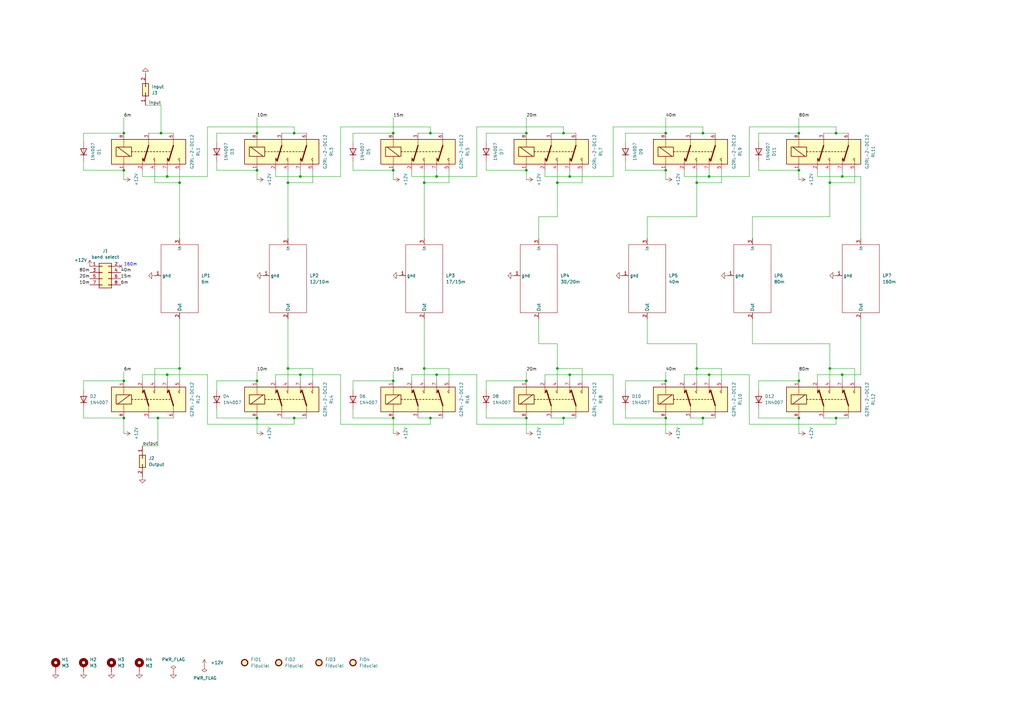
<source format=kicad_sch>
(kicad_sch (version 20230121) (generator eeschema)
  (paper "A3")
  (title_block (title "HF End Low Pass Filter") (date "2023-04-12") (rev "1.0") (company "S59MZ"))
  (lib_symbols
    (symbol "Connector_Generic:Conn_02x01" (pin_names (offset 1.016) hide)
      (property "Reference" "J" (at 1.27 2.54 0))
      (property "Value" "Conn_02x01" (at 1.27 -2.54 0))
      (symbol "Conn_02x01_1_1"
        (rectangle (start -1.27 0.127) (end 0 -0.127) (stroke (width 0.1524)))
        (rectangle (start -1.27 1.27) (end 3.81 -1.27) (stroke (width 0.254)) (fill (type background)))
        (rectangle (start 3.81 0.127) (end 2.54 -0.127) (stroke (width 0.1524)))
        (pin passive line (at -5.08 0 0) (length 3.81) (name "Pin_1") (number "1"))
        (pin passive line (at 7.62 0 180) (length 3.81) (name "Pin_2") (number "2"))
      )
    )
    (symbol "Connector_Generic:Conn_02x04_Odd_Even" (pin_names (offset 1.016) hide)
      (property "Reference" "J" (at 1.27 5.08 0))
      (property "Value" "Conn_02x04_Odd_Even" (at 1.27 -7.62 0))
      (symbol "Conn_02x04_Odd_Even_1_1"
        (rectangle (start -1.27 -4.953) (end 0 -5.207) (stroke (width 0.1524)))
        (rectangle (start -1.27 -2.413) (end 0 -2.667) (stroke (width 0.1524)))
        (rectangle (start -1.27 0.127) (end 0 -0.127) (stroke (width 0.1524)))
        (rectangle (start -1.27 2.667) (end 0 2.413) (stroke (width 0.1524)))
        (rectangle (start -1.27 3.81) (end 3.81 -6.35) (stroke (width 0.254)) (fill (type background)))
        (rectangle (start 3.81 -4.953) (end 2.54 -5.207) (stroke (width 0.1524)))
        (rectangle (start 3.81 -2.413) (end 2.54 -2.667) (stroke (width 0.1524)))
        (rectangle (start 3.81 0.127) (end 2.54 -0.127) (stroke (width 0.1524)))
        (rectangle (start 3.81 2.667) (end 2.54 2.413) (stroke (width 0.1524)))
        (pin passive line (at -5.08 2.54 0) (length 3.81) (name "Pin_1") (number "1"))
        (pin passive line (at 7.62 2.54 180) (length 3.81) (name "Pin_2") (number "2"))
        (pin passive line (at -5.08 0 0) (length 3.81) (name "Pin_3") (number "3"))
        (pin passive line (at 7.62 0 180) (length 3.81) (name "Pin_4") (number "4"))
        (pin passive line (at -5.08 -2.54 0) (length 3.81) (name "Pin_5") (number "5"))
        (pin passive line (at 7.62 -2.54 180) (length 3.81) (name "Pin_6") (number "6"))
        (pin passive line (at -5.08 -5.08 0) (length 3.81) (name "Pin_7") (number "7"))
        (pin passive line (at 7.62 -5.08 180) (length 3.81) (name "Pin_8") (number "8"))
      )
    )
    (symbol "Diode:1N4007" (pin_numbers hide) (pin_names hide)
      (property "Reference" "D" (at 0 2.54 0))
      (property "Value" "1N4007" (at 0 -2.54 0))
      (symbol "1N4007_0_1"
        (polyline (pts (xy -1.27 1.27) (xy -1.27 -1.27)) (stroke (width 0.254)))
        (polyline (pts (xy 1.27 0) (xy -1.27 0)))
        (polyline (pts (xy 1.27 1.27) (xy 1.27 -1.27) (xy -1.27 0) (xy 1.27 1.27)) (stroke (width 0.254)))
      )
      (symbol "1N4007_1_1"
        (pin passive line (at -3.81 0 0) (length 2.54) (name "K") (number "1"))
        (pin passive line (at 3.81 0 180) (length 2.54) (name "A") (number "2"))
      )
    )
    (symbol "Library:Low_Pass_Filter"
      (property "Reference" "LP" (at 0 -18.542 0))
      (property "Value" "Low_Pass_Filter" (at -0.254 -21.336 0))
      (symbol "Low_Pass_Filter_0_1"
        (rectangle (start -7.62 -2.54) (end 7.62 -30.48))
      )
      (symbol "Low_Pass_Filter_1_1"
        (pin passive line (at -10.16 -15.24 0) (length 2.54) (name "gnd") (number "1"))
        (pin passive line (at 0 -33.02 90) (length 2.54) (name "Out") (number "2"))
        (pin passive line (at 0 0 270) (length 2.54) (name "In") (number "3"))
        (pin no_connect line (at 10.16 -15.24 180) (length 2.54) hide (name "mid") (number "4"))
      )
    )
    (symbol "Low_Pass_Filter_1"
      (property "Reference" "LP" (at 0 -18.542 0))
      (property "Value" "Low_Pass_Filter_1" (at -0.254 -21.336 0))
      (symbol "Low_Pass_Filter_1_0_1"
        (rectangle (start -7.62 -2.54) (end 7.62 -30.48))
      )
      (symbol "Low_Pass_Filter_1_1_1"
        (pin passive line (at -10.16 -15.24 0) (length 2.54) (name "gnd") (number "1"))
        (pin passive line (at 0 -33.02 90) (length 2.54) (name "Out") (number "2"))
        (pin passive line (at 0 0 270) (length 2.54) (name "In") (number "3"))
        (pin no_connect line (at 10.16 -15.24 180) (length 2.54) hide (name "mid") (number "4"))
      )
    )
    (symbol "Low_Pass_Filter_2"
      (property "Reference" "LP" (at 0 -18.542 0))
      (property "Value" "Low_Pass_Filter_2" (at -0.254 -21.336 0))
      (symbol "Low_Pass_Filter_2_0_1"
        (rectangle (start -7.62 -2.54) (end 7.62 -30.48))
      )
      (symbol "Low_Pass_Filter_2_1_1"
        (pin passive line (at -10.16 -15.24 0) (length 2.54) (name "gnd") (number "1"))
        (pin passive line (at 0 -33.02 90) (length 2.54) (name "Out") (number "2"))
        (pin passive line (at 0 0 270) (length 2.54) (name "In") (number "3"))
        (pin no_connect line (at 10.16 -15.24 180) (length 2.54) hide (name "mid") (number "4"))
      )
    )
    (symbol "Low_Pass_Filter_3"
      (property "Reference" "LP" (at 0 -18.542 0))
      (property "Value" "Low_Pass_Filter_3" (at -0.254 -21.336 0))
      (symbol "Low_Pass_Filter_3_0_1"
        (rectangle (start -7.62 -2.54) (end 7.62 -30.48))
      )
      (symbol "Low_Pass_Filter_3_1_1"
        (pin passive line (at -10.16 -15.24 0) (length 2.54) (name "gnd") (number "1"))
        (pin passive line (at 0 -33.02 90) (length 2.54) (name "Out") (number "2"))
        (pin passive line (at 0 0 270) (length 2.54) (name "In") (number "3"))
        (pin no_connect line (at 10.16 -15.24 180) (length 2.54) hide (name "mid") (number "4"))
      )
    )
    (symbol "Low_Pass_Filter_4"
      (property "Reference" "LP" (at 0 -18.542 0))
      (property "Value" "Low_Pass_Filter_4" (at -0.254 -21.336 0))
      (symbol "Low_Pass_Filter_4_0_1"
        (rectangle (start -7.62 -2.54) (end 7.62 -30.48))
      )
      (symbol "Low_Pass_Filter_4_1_1"
        (pin passive line (at -10.16 -15.24 0) (length 2.54) (name "gnd") (number "1"))
        (pin passive line (at 0 -33.02 90) (length 2.54) (name "Out") (number "2"))
        (pin passive line (at 0 0 270) (length 2.54) (name "In") (number "3"))
        (pin no_connect line (at 10.16 -15.24 180) (length 2.54) hide (name "mid") (number "4"))
      )
    )
    (symbol "Low_Pass_Filter_5"
      (property "Reference" "LP" (at 0 -18.542 0))
      (property "Value" "Low_Pass_Filter_5" (at -0.254 -21.336 0))
      (symbol "Low_Pass_Filter_5_0_1"
        (rectangle (start -7.62 -2.54) (end 7.62 -30.48))
      )
      (symbol "Low_Pass_Filter_5_1_1"
        (pin passive line (at -10.16 -15.24 0) (length 2.54) (name "gnd") (number "1"))
        (pin passive line (at 0 -33.02 90) (length 2.54) (name "Out") (number "2"))
        (pin passive line (at 0 0 270) (length 2.54) (name "In") (number "3"))
        (pin no_connect line (at 10.16 -15.24 180) (length 2.54) hide (name "mid") (number "4"))
      )
    )
    (symbol "Low_Pass_Filter_6"
      (property "Reference" "LP" (at 0 -18.542 0))
      (property "Value" "Low_Pass_Filter_6" (at -0.254 -21.336 0))
      (symbol "Low_Pass_Filter_6_0_1"
        (rectangle (start -7.62 -2.54) (end 7.62 -30.48))
      )
      (symbol "Low_Pass_Filter_6_1_1"
        (pin passive line (at -10.16 -15.24 0) (length 2.54) (name "gnd") (number "1"))
        (pin passive line (at 0 -33.02 90) (length 2.54) (name "Out") (number "2"))
        (pin passive line (at 0 0 270) (length 2.54) (name "In") (number "3"))
        (pin no_connect line (at 10.16 -15.24 180) (length 2.54) hide (name "mid") (number "4"))
      )
    )
    (symbol "Mechanical:Fiducial"
      (property "Reference" "FID" (at 0 5.08 0))
      (property "Value" "Fiducial" (at 0 3.175 0))
      (symbol "Fiducial_0_1"
        (circle (center 0 0) (radius 1.27) (stroke (width 0.508)) (fill (type background)))
      )
    )
    (symbol "Mechanical:MountingHole_Pad" (pin_numbers hide) (pin_names (offset 1.016) hide)
      (property "Reference" "H" (at 0 6.35 0))
      (property "Value" "MountingHole_Pad" (at 0 4.445 0))
      (symbol "MountingHole_Pad_0_1"
        (circle (center 0 1.27) (radius 1.27) (stroke (width 1.27)))
      )
      (symbol "MountingHole_Pad_1_1"
        (pin input line (at 0 -2.54 90) (length 2.54) (name "1") (number "1"))
      )
    )
    (symbol "Relay:G2RL-2-DC12"
      (property "Reference" "RL" (at 16.51 3.81 0))
      (property "Value" "G2RL-2-DC12" (at 16.51 1.27 0))
      (symbol "G2RL-2-DC12_0_1"
        (rectangle (start -15.24 5.08) (end 15.24 -5.08) (stroke (width 0.254)) (fill (type background)))
        (rectangle (start -13.335 1.905) (end -6.985 -1.905) (stroke (width 0.254)))
        (polyline (pts (xy -12.7 -1.905) (xy -7.62 1.905)) (stroke (width 0.254)))
        (polyline (pts (xy -10.16 -5.08) (xy -10.16 -1.905)))
        (polyline (pts (xy -10.16 5.08) (xy -10.16 1.905)))
        (polyline (pts (xy -6.985 0) (xy -6.35 0)) (stroke (width 0.254)))
        (polyline (pts (xy -5.715 0) (xy -5.08 0)) (stroke (width 0.254)))
        (polyline (pts (xy -4.445 0) (xy -3.81 0)) (stroke (width 0.254)))
        (polyline (pts (xy -3.175 0) (xy -2.54 0)) (stroke (width 0.254)))
        (polyline (pts (xy -1.905 0) (xy -1.27 0)) (stroke (width 0.254)))
        (polyline (pts (xy -0.635 0) (xy 0 0)) (stroke (width 0.254)))
        (polyline (pts (xy 0 -2.54) (xy -1.905 3.81)) (stroke (width 0.508)))
        (polyline (pts (xy 0 -2.54) (xy 0 -5.08)))
        (polyline (pts (xy 0.635 0) (xy 1.27 0)) (stroke (width 0.254)))
        (polyline (pts (xy 1.905 0) (xy 2.54 0)) (stroke (width 0.254)))
        (polyline (pts (xy 3.175 0) (xy 3.81 0)) (stroke (width 0.254)))
        (polyline (pts (xy 4.445 0) (xy 5.08 0)) (stroke (width 0.254)))
        (polyline (pts (xy 5.715 0) (xy 6.35 0)) (stroke (width 0.254)))
        (polyline (pts (xy 6.985 0) (xy 7.62 0)) (stroke (width 0.254)))
        (polyline (pts (xy 8.255 0) (xy 8.89 0)) (stroke (width 0.254)))
        (polyline (pts (xy 10.16 -2.54) (xy 8.255 3.81)) (stroke (width 0.508)))
        (polyline (pts (xy 10.16 -2.54) (xy 10.16 -5.08)))
        (polyline (pts (xy -2.54 5.08) (xy -2.54 2.54) (xy -1.905 3.175) (xy -2.54 3.81)) (fill (type outline)))
        (polyline (pts (xy 2.54 5.08) (xy 2.54 2.54) (xy 1.905 3.175) (xy 2.54 3.81)))
        (polyline (pts (xy 7.62 5.08) (xy 7.62 2.54) (xy 8.255 3.175) (xy 7.62 3.81)) (fill (type outline)))
        (polyline (pts (xy 12.7 5.08) (xy 12.7 2.54) (xy 12.065 3.175) (xy 12.7 3.81)))
      )
      (symbol "G2RL-2-DC12_1_1"
        (pin passive line (at -10.16 7.62 270) (length 2.54) (name "~") (number "1"))
        (pin passive line (at -2.54 7.62 270) (length 2.54) (name "~") (number "2"))
        (pin passive line (at 0 -7.62 90) (length 2.54) (name "~") (number "3"))
        (pin passive line (at 2.54 7.62 270) (length 2.54) (name "~") (number "4"))
        (pin passive line (at 12.7 7.62 270) (length 2.54) (name "~") (number "5"))
        (pin passive line (at 10.16 -7.62 90) (length 2.54) (name "~") (number "6"))
        (pin passive line (at 7.62 7.62 270) (length 2.54) (name "~") (number "7"))
        (pin passive line (at -10.16 -7.62 90) (length 2.54) (name "~") (number "8"))
      )
    )
    (symbol "power:+12V" (power) (pin_names (offset 0))
      (property "Value" "+12V" (at 0 3.556 0))
      (symbol "+12V_0_1"
        (polyline (pts (xy -0.762 1.27) (xy 0 2.54)))
        (polyline (pts (xy 0 0) (xy 0 2.54)))
        (polyline (pts (xy 0 2.54) (xy 0.762 1.27)))
      )
      (symbol "+12V_1_1"
        (pin power_in line (at 0 0 90) (length 0) hide (name "+12V") (number "1"))
      )
    )
    (symbol "power:GND" (power) (pin_names (offset 0))
      (property "Value" "GND" (at 0 -3.81 0))
      (symbol "GND_0_1"
        (polyline (pts (xy 0 0) (xy 0 -1.27) (xy 1.27 -1.27) (xy 0 -2.54) (xy -1.27 -1.27) (xy 0 -1.27)))
      )
      (symbol "GND_1_1"
        (pin power_in line (at 0 0 270) (length 0) hide (name "GND") (number "1"))
      )
    )
    (symbol "power:PWR_FLAG" (power) (pin_numbers hide) (pin_names (offset 0) hide)
      (property "Value" "PWR_FLAG" (at 0 3.81 0))
      (symbol "PWR_FLAG_0_0"
        (pin power_out line (at 0 0 90) (length 0) (name "pwr") (number "1"))
      )
      (symbol "PWR_FLAG_0_1"
        (polyline (pts (xy 0 0) (xy 0 1.27) (xy -1.016 1.905) (xy 0 2.54) (xy 1.016 1.905) (xy 0 1.27)))
      )
    )
  )
  (junction (at 215.9 54.61))
  (junction (at 68.58 153.67))
  (junction (at 273.05 156.21))
  (junction (at 173.99 74.93))
  (junction (at 105.41 156.21))
  (junction (at 290.83 72.39))
  (junction (at 73.66 151.13))
  (junction (at 105.41 69.85))
  (junction (at 228.6 151.13))
  (junction (at 327.66 69.85))
  (junction (at 179.07 72.39))
  (junction (at 105.41 54.61))
  (junction (at 73.66 74.93))
  (junction (at 173.99 151.13))
  (junction (at 273.05 69.85))
  (junction (at 340.36 151.13))
  (junction (at 66.04 54.61))
  (junction (at 231.14 54.61))
  (junction (at 233.68 72.39))
  (junction (at 123.19 72.39))
  (junction (at 105.41 171.45))
  (junction (at 50.8 69.85))
  (junction (at 161.29 54.61))
  (junction (at 233.68 153.67))
  (junction (at 342.9 54.61))
  (junction (at 176.53 54.61))
  (junction (at 285.75 74.93))
  (junction (at 120.65 54.61))
  (junction (at 179.07 153.67))
  (junction (at 215.9 156.21))
  (junction (at 161.29 69.85))
  (junction (at 120.65 171.45))
  (junction (at 68.58 72.39))
  (junction (at 215.9 69.85))
  (junction (at 215.9 171.45))
  (junction (at 118.11 151.13))
  (junction (at 345.44 153.67))
  (junction (at 327.66 54.61))
  (junction (at 327.66 156.21))
  (junction (at 161.29 156.21))
  (junction (at 340.36 74.93))
  (junction (at 327.66 171.45))
  (junction (at 228.6 74.93))
  (junction (at 342.9 171.45))
  (junction (at 64.77 171.45))
  (junction (at 288.29 54.61))
  (junction (at 273.05 171.45))
  (junction (at 50.8 156.21))
  (junction (at 118.11 74.93))
  (junction (at 50.8 54.61))
  (junction (at 288.29 171.45))
  (junction (at 273.05 54.61))
  (junction (at 345.44 72.39))
  (junction (at 290.83 153.67))
  (junction (at 123.19 153.67))
  (junction (at 176.53 171.45))
  (junction (at 50.8 171.45))
  (junction (at 285.75 151.13))
  (junction (at 161.29 171.45))
  (junction (at 231.14 171.45))
  (no_connect (at 49.53 109.22))
  (wire (pts (xy 73.66 74.93) (xy 73.66 69.85)))
  (wire (pts (xy 63.5 156.21) (xy 63.5 151.13)))
  (wire (pts (xy 195.58 52.07) (xy 231.14 52.07)))
  (wire (pts (xy 345.44 72.39) (xy 335.28 72.39)))
  (wire (pts (xy 223.52 153.67) (xy 223.52 156.21)))
  (wire (pts (xy 68.58 72.39) (xy 58.42 72.39)))
  (wire (pts (xy 68.58 156.21) (xy 68.58 153.67)))
  (wire (pts (xy 220.98 140.97) (xy 228.6 140.97)))
  (wire (pts (xy 290.83 153.67) (xy 280.67 153.67)))
  (wire (pts (xy 307.34 173.99) (xy 342.9 173.99)))
  (wire (pts (xy 350.52 151.13) (xy 350.52 156.21)))
  (wire (pts (xy 293.37 171.45) (xy 288.29 171.45)))
  (wire (pts (xy 173.99 74.93) (xy 184.15 74.93)))
  (wire (pts (xy 161.29 152.4) (xy 161.29 156.21)))
  (wire (pts (xy 280.67 72.39) (xy 280.67 69.85)))
  (wire (pts (xy 118.11 74.93) (xy 118.11 97.79)))
  (wire (pts (xy 265.43 88.9) (xy 285.75 88.9)))
  (wire (pts (xy 85.09 153.67) (xy 85.09 173.99)))
  (wire (pts (xy 88.9 160.02) (xy 88.9 156.21)))
  (wire (pts (xy 123.19 72.39) (xy 113.03 72.39)))
  (wire (pts (xy 34.29 167.64) (xy 34.29 171.45)))
  (wire (pts (xy 66.04 54.61) (xy 66.04 43.18)))
  (wire (pts (xy 285.75 74.93) (xy 295.91 74.93)))
  (wire (pts (xy 144.78 171.45) (xy 161.29 171.45)))
  (wire (pts (xy 265.43 140.97) (xy 285.75 140.97)))
  (wire (pts (xy 68.58 72.39) (xy 85.09 72.39)))
  (wire (pts (xy 173.99 151.13) (xy 184.15 151.13)))
  (wire (pts (xy 228.6 140.97) (xy 228.6 151.13)))
  (wire (pts (xy 68.58 153.67) (xy 85.09 153.67)))
  (wire (pts (xy 215.9 73.66) (xy 215.9 69.85)))
  (wire (pts (xy 173.99 156.21) (xy 173.99 151.13)))
  (wire (pts (xy 290.83 69.85) (xy 290.83 72.39)))
  (wire (pts (xy 342.9 54.61) (xy 337.82 54.61)))
  (wire (pts (xy 71.12 54.61) (xy 66.04 54.61)))
  (wire (pts (xy 179.07 153.67) (xy 168.91 153.67)))
  (wire (pts (xy 105.41 152.4) (xy 105.41 156.21)))
  (wire (pts (xy 63.5 69.85) (xy 63.5 74.93)))
  (wire (pts (xy 34.29 160.02) (xy 34.29 156.21)))
  (wire (pts (xy 327.66 177.8) (xy 327.66 171.45)))
  (wire (pts (xy 118.11 151.13) (xy 128.27 151.13)))
  (wire (pts (xy 290.83 72.39) (xy 307.34 72.39)))
  (wire (pts (xy 88.9 167.64) (xy 88.9 171.45)))
  (wire (pts (xy 123.19 153.67) (xy 139.7 153.67)))
  (wire (pts (xy 120.65 173.99) (xy 120.65 171.45)))
  (wire (pts (xy 353.06 130.81) (xy 353.06 153.67)))
  (wire (pts (xy 118.11 74.93) (xy 128.27 74.93)))
  (wire (pts (xy 144.78 167.64) (xy 144.78 171.45)))
  (wire (pts (xy 144.78 69.85) (xy 161.29 69.85)))
  (wire (pts (xy 307.34 153.67) (xy 307.34 173.99)))
  (wire (pts (xy 63.5 151.13) (xy 73.66 151.13)))
  (wire (pts (xy 88.9 54.61) (xy 105.41 54.61)))
  (wire (pts (xy 285.75 140.97) (xy 285.75 151.13)))
  (wire (pts (xy 34.29 66.04) (xy 34.29 69.85)))
  (wire (pts (xy 123.19 69.85) (xy 123.19 72.39)))
  (wire (pts (xy 34.29 54.61) (xy 50.8 54.61)))
  (wire (pts (xy 307.34 72.39) (xy 307.34 52.07)))
  (wire (pts (xy 238.76 151.13) (xy 238.76 156.21)))
  (wire (pts (xy 50.8 73.66) (xy 50.8 69.85)))
  (wire (pts (xy 256.54 160.02) (xy 256.54 156.21)))
  (wire (pts (xy 228.6 69.85) (xy 228.6 74.93)))
  (wire (pts (xy 144.78 66.04) (xy 144.78 69.85)))
  (wire (pts (xy 228.6 74.93) (xy 238.76 74.93)))
  (wire (pts (xy 311.15 54.61) (xy 327.66 54.61)))
  (wire (pts (xy 125.73 171.45) (xy 120.65 171.45)))
  (wire (pts (xy 73.66 130.81) (xy 73.66 151.13)))
  (wire (pts (xy 308.61 140.97) (xy 340.36 140.97)))
  (wire (pts (xy 73.66 74.93) (xy 73.66 97.79)))
  (wire (pts (xy 311.15 66.04) (xy 311.15 69.85)))
  (wire (pts (xy 50.8 152.4) (xy 50.8 156.21)))
  (wire (pts (xy 179.07 69.85) (xy 179.07 72.39)))
  (wire (pts (xy 288.29 173.99) (xy 288.29 171.45)))
  (wire (pts (xy 347.98 54.61) (xy 342.9 54.61)))
  (wire (pts (xy 199.39 171.45) (xy 215.9 171.45)))
  (wire (pts (xy 199.39 156.21) (xy 215.9 156.21)))
  (wire (pts (xy 64.77 182.88) (xy 58.42 182.88)))
  (wire (pts (xy 179.07 72.39) (xy 195.58 72.39)))
  (wire (pts (xy 220.98 130.81) (xy 220.98 140.97)))
  (wire (pts (xy 342.9 173.99) (xy 342.9 171.45)))
  (wire (pts (xy 85.09 72.39) (xy 85.09 52.07)))
  (wire (pts (xy 335.28 153.67) (xy 335.28 156.21)))
  (wire (pts (xy 139.7 173.99) (xy 176.53 173.99)))
  (wire (pts (xy 256.54 58.42) (xy 256.54 54.61)))
  (wire (pts (xy 64.77 171.45) (xy 60.96 171.45)))
  (wire (pts (xy 176.53 171.45) (xy 171.45 171.45)))
  (wire (pts (xy 231.14 52.07) (xy 231.14 54.61)))
  (wire (pts (xy 288.29 171.45) (xy 283.21 171.45)))
  (wire (pts (xy 220.98 88.9) (xy 228.6 88.9)))
  (wire (pts (xy 307.34 52.07) (xy 342.9 52.07)))
  (wire (pts (xy 285.75 88.9) (xy 285.75 74.93)))
  (wire (pts (xy 118.11 156.21) (xy 118.11 151.13)))
  (wire (pts (xy 66.04 43.18) (xy 59.69 43.18)))
  (wire (pts (xy 215.9 48.26) (xy 215.9 54.61)))
  (wire (pts (xy 161.29 177.8) (xy 161.29 171.45)))
  (wire (pts (xy 105.41 177.8) (xy 105.41 171.45)))
  (wire (pts (xy 139.7 72.39) (xy 139.7 52.07)))
  (wire (pts (xy 345.44 153.67) (xy 353.06 153.67)))
  (wire (pts (xy 120.65 54.61) (xy 115.57 54.61)))
  (wire (pts (xy 311.15 167.64) (xy 311.15 171.45)))
  (wire (pts (xy 85.09 52.07) (xy 120.65 52.07)))
  (wire (pts (xy 220.98 97.79) (xy 220.98 88.9)))
  (wire (pts (xy 223.52 72.39) (xy 223.52 69.85)))
  (wire (pts (xy 176.53 54.61) (xy 171.45 54.61)))
  (wire (pts (xy 327.66 48.26) (xy 327.66 54.61)))
  (wire (pts (xy 215.9 177.8) (xy 215.9 171.45)))
  (wire (pts (xy 144.78 54.61) (xy 161.29 54.61)))
  (wire (pts (xy 161.29 48.26) (xy 161.29 54.61)))
  (wire (pts (xy 144.78 156.21) (xy 161.29 156.21)))
  (wire (pts (xy 199.39 69.85) (xy 215.9 69.85)))
  (wire (pts (xy 34.29 58.42) (xy 34.29 54.61)))
  (wire (pts (xy 64.77 182.88) (xy 64.77 171.45)))
  (wire (pts (xy 340.36 156.21) (xy 340.36 151.13)))
  (wire (pts (xy 34.29 171.45) (xy 50.8 171.45)))
  (wire (pts (xy 88.9 69.85) (xy 105.41 69.85)))
  (wire (pts (xy 228.6 156.21) (xy 228.6 151.13)))
  (wire (pts (xy 88.9 171.45) (xy 105.41 171.45)))
  (wire (pts (xy 231.14 171.45) (xy 226.06 171.45)))
  (wire (pts (xy 123.19 72.39) (xy 139.7 72.39)))
  (wire (pts (xy 311.15 160.02) (xy 311.15 156.21)))
  (wire (pts (xy 345.44 72.39) (xy 353.06 72.39)))
  (wire (pts (xy 173.99 130.81) (xy 173.99 151.13)))
  (wire (pts (xy 179.07 153.67) (xy 195.58 153.67)))
  (wire (pts (xy 233.68 153.67) (xy 223.52 153.67)))
  (wire (pts (xy 179.07 72.39) (xy 168.91 72.39)))
  (wire (pts (xy 251.46 153.67) (xy 251.46 173.99)))
  (wire (pts (xy 273.05 152.4) (xy 273.05 156.21)))
  (wire (pts (xy 265.43 130.81) (xy 265.43 140.97)))
  (wire (pts (xy 228.6 88.9) (xy 228.6 74.93)))
  (wire (pts (xy 139.7 52.07) (xy 176.53 52.07)))
  (wire (pts (xy 285.75 156.21) (xy 285.75 151.13)))
  (wire (pts (xy 34.29 69.85) (xy 50.8 69.85)))
  (wire (pts (xy 118.11 130.81) (xy 118.11 151.13)))
  (wire (pts (xy 233.68 72.39) (xy 251.46 72.39)))
  (wire (pts (xy 353.06 72.39) (xy 353.06 97.79)))
  (wire (pts (xy 256.54 156.21) (xy 273.05 156.21)))
  (wire (pts (xy 335.28 72.39) (xy 335.28 69.85)))
  (wire (pts (xy 73.66 151.13) (xy 73.66 156.21)))
  (wire (pts (xy 236.22 54.61) (xy 231.14 54.61)))
  (wire (pts (xy 345.44 156.21) (xy 345.44 153.67)))
  (wire (pts (xy 105.41 73.66) (xy 105.41 69.85)))
  (wire (pts (xy 125.73 54.61) (xy 120.65 54.61)))
  (wire (pts (xy 161.29 73.66) (xy 161.29 69.85)))
  (wire (pts (xy 340.36 88.9) (xy 340.36 74.93)))
  (wire (pts (xy 327.66 152.4) (xy 327.66 156.21)))
  (wire (pts (xy 293.37 54.61) (xy 288.29 54.61)))
  (wire (pts (xy 238.76 74.93) (xy 238.76 69.85)))
  (wire (pts (xy 233.68 69.85) (xy 233.68 72.39)))
  (wire (pts (xy 105.41 48.26) (xy 105.41 54.61)))
  (wire (pts (xy 327.66 73.66) (xy 327.66 69.85)))
  (wire (pts (xy 58.42 72.39) (xy 58.42 69.85)))
  (wire (pts (xy 273.05 177.8) (xy 273.05 171.45)))
  (wire (pts (xy 113.03 72.39) (xy 113.03 69.85)))
  (wire (pts (xy 228.6 151.13) (xy 238.76 151.13)))
  (wire (pts (xy 311.15 171.45) (xy 327.66 171.45)))
  (wire (pts (xy 340.36 69.85) (xy 340.36 74.93)))
  (wire (pts (xy 288.29 54.61) (xy 283.21 54.61)))
  (wire (pts (xy 181.61 54.61) (xy 176.53 54.61)))
  (wire (pts (xy 215.9 152.4) (xy 215.9 156.21)))
  (wire (pts (xy 123.19 153.67) (xy 113.03 153.67)))
  (wire (pts (xy 340.36 151.13) (xy 350.52 151.13)))
  (wire (pts (xy 88.9 156.21) (xy 105.41 156.21)))
  (wire (pts (xy 34.29 156.21) (xy 50.8 156.21)))
  (wire (pts (xy 340.36 74.93) (xy 350.52 74.93)))
  (wire (pts (xy 88.9 58.42) (xy 88.9 54.61)))
  (wire (pts (xy 273.05 73.66) (xy 273.05 69.85)))
  (wire (pts (xy 345.44 69.85) (xy 345.44 72.39)))
  (wire (pts (xy 184.15 74.93) (xy 184.15 69.85)))
  (wire (pts (xy 233.68 72.39) (xy 223.52 72.39)))
  (wire (pts (xy 308.61 97.79) (xy 308.61 88.9)))
  (wire (pts (xy 68.58 153.67) (xy 58.42 153.67)))
  (wire (pts (xy 113.03 153.67) (xy 113.03 156.21)))
  (wire (pts (xy 308.61 88.9) (xy 340.36 88.9)))
  (wire (pts (xy 233.68 156.21) (xy 233.68 153.67)))
  (wire (pts (xy 199.39 54.61) (xy 215.9 54.61)))
  (wire (pts (xy 199.39 66.04) (xy 199.39 69.85)))
  (wire (pts (xy 195.58 153.67) (xy 195.58 173.99)))
  (wire (pts (xy 184.15 151.13) (xy 184.15 156.21)))
  (wire (pts (xy 256.54 167.64) (xy 256.54 171.45)))
  (wire (pts (xy 144.78 58.42) (xy 144.78 54.61)))
  (wire (pts (xy 295.91 74.93) (xy 295.91 69.85)))
  (wire (pts (xy 295.91 151.13) (xy 295.91 156.21)))
  (wire (pts (xy 350.52 74.93) (xy 350.52 69.85)))
  (wire (pts (xy 273.05 48.26) (xy 273.05 54.61)))
  (wire (pts (xy 231.14 173.99) (xy 231.14 171.45)))
  (wire (pts (xy 128.27 74.93) (xy 128.27 69.85)))
  (wire (pts (xy 85.09 173.99) (xy 120.65 173.99)))
  (wire (pts (xy 199.39 58.42) (xy 199.39 54.61)))
  (wire (pts (xy 118.11 69.85) (xy 118.11 74.93)))
  (wire (pts (xy 347.98 171.45) (xy 342.9 171.45)))
  (wire (pts (xy 168.91 72.39) (xy 168.91 69.85)))
  (wire (pts (xy 58.42 153.67) (xy 58.42 156.21)))
  (wire (pts (xy 288.29 52.07) (xy 288.29 54.61)))
  (wire (pts (xy 50.8 177.8) (xy 50.8 171.45)))
  (wire (pts (xy 256.54 171.45) (xy 273.05 171.45)))
  (wire (pts (xy 66.04 54.61) (xy 60.96 54.61)))
  (wire (pts (xy 311.15 69.85) (xy 327.66 69.85)))
  (wire (pts (xy 280.67 153.67) (xy 280.67 156.21)))
  (wire (pts (xy 123.19 156.21) (xy 123.19 153.67)))
  (wire (pts (xy 176.53 173.99) (xy 176.53 171.45)))
  (wire (pts (xy 199.39 167.64) (xy 199.39 171.45)))
  (wire (pts (xy 251.46 173.99) (xy 288.29 173.99)))
  (wire (pts (xy 144.78 160.02) (xy 144.78 156.21)))
  (wire (pts (xy 311.15 156.21) (xy 327.66 156.21)))
  (wire (pts (xy 88.9 66.04) (xy 88.9 69.85)))
  (wire (pts (xy 345.44 153.67) (xy 335.28 153.67)))
  (wire (pts (xy 120.65 52.07) (xy 120.65 54.61)))
  (wire (pts (xy 290.83 153.67) (xy 307.34 153.67)))
  (wire (pts (xy 199.39 160.02) (xy 199.39 156.21)))
  (wire (pts (xy 256.54 54.61) (xy 273.05 54.61)))
  (wire (pts (xy 181.61 171.45) (xy 176.53 171.45)))
  (wire (pts (xy 285.75 151.13) (xy 295.91 151.13)))
  (wire (pts (xy 71.12 171.45) (xy 64.77 171.45)))
  (wire (pts (xy 342.9 171.45) (xy 337.82 171.45)))
  (wire (pts (xy 179.07 156.21) (xy 179.07 153.67)))
  (wire (pts (xy 195.58 173.99) (xy 231.14 173.99)))
  (wire (pts (xy 285.75 69.85) (xy 285.75 74.93)))
  (wire (pts (xy 120.65 171.45) (xy 115.57 171.45)))
  (wire (pts (xy 265.43 97.79) (xy 265.43 88.9)))
  (wire (pts (xy 168.91 153.67) (xy 168.91 156.21)))
  (wire (pts (xy 256.54 66.04) (xy 256.54 69.85)))
  (wire (pts (xy 342.9 52.07) (xy 342.9 54.61)))
  (wire (pts (xy 251.46 72.39) (xy 251.46 52.07)))
  (wire (pts (xy 231.14 54.61) (xy 226.06 54.61)))
  (wire (pts (xy 233.68 153.67) (xy 251.46 153.67)))
  (wire (pts (xy 311.15 58.42) (xy 311.15 54.61)))
  (wire (pts (xy 173.99 74.93) (xy 173.99 97.79)))
  (wire (pts (xy 195.58 72.39) (xy 195.58 52.07)))
  (wire (pts (xy 308.61 130.81) (xy 308.61 140.97)))
  (wire (pts (xy 256.54 69.85) (xy 273.05 69.85)))
  (wire (pts (xy 290.83 72.39) (xy 280.67 72.39)))
  (wire (pts (xy 128.27 151.13) (xy 128.27 156.21)))
  (wire (pts (xy 173.99 69.85) (xy 173.99 74.93)))
  (wire (pts (xy 63.5 74.93) (xy 73.66 74.93)))
  (wire (pts (xy 68.58 69.85) (xy 68.58 72.39)))
  (wire (pts (xy 139.7 153.67) (xy 139.7 173.99)))
  (wire (pts (xy 176.53 52.07) (xy 176.53 54.61)))
  (wire (pts (xy 50.8 48.26) (xy 50.8 54.61)))
  (wire (pts (xy 290.83 156.21) (xy 290.83 153.67)))
  (wire (pts (xy 251.46 52.07) (xy 288.29 52.07)))
  (wire (pts (xy 340.36 140.97) (xy 340.36 151.13)))
  (wire (pts (xy 236.22 171.45) (xy 231.14 171.45)))
  (text "160m" (at 50.8 109.22 0) (effects (font (size 1.27 1.27)) (justify left bottom)))
  (label "6m" (at 49.53 116.84 0))
  (label "6m" (at 50.8 152.4 0))
  (label "80m" (at 36.83 111.76 180))
  (label "20m" (at 215.9 48.26 0))
  (label "output" (at 64.77 182.88 180))
  (label "15m" (at 161.29 152.4 0))
  (label "10m" (at 105.41 152.4 0))
  (label "40m" (at 273.05 48.26 0))
  (label "10m" (at 105.41 48.26 0))
  (label "input" (at 66.04 43.18 180))
  (label "15m" (at 161.29 48.26 0))
  (label "80m" (at 327.66 152.4 0))
  (label "6m" (at 50.8 48.26 0))
  (label "10m" (at 36.83 116.84 180))
  (label "40m" (at 49.53 111.76 0))
  (label "20m" (at 36.83 114.3 180))
  (label "15m" (at 49.53 114.3 0))
  (label "80m" (at 327.66 48.26 0))
  (label "20m" (at 215.9 152.4 0))
  (label "40m" (at 273.05 152.4 0))
  (symbol (lib_id "power:+12V") (at 327.66 73.66 270) (mirror x) (unit 1)
    (property "Reference" "#PWR026" (effects hide))
    (property "Value" "+12V" (at 332.74 73.66 0))
  )
  (symbol (lib_id "power:GND") (at 34.29 275.59 0) (unit 1)
    (property "Reference" "#PWR02" (effects hide))
    (property "Value" "GND" (effects hide))
  )
  (symbol (lib_id "Relay:G2RL-2-DC12") (at 115.57 163.83 0) (unit 1)
    (property "Reference" "RL4" (at 135.89 163.83 90))
    (property "Value" "G2RL-2-DC12" (at 133.35 163.83 90))
    (property "Footprint" "Relay_THT:Relay_DPDT_Omron_G2RL" (effects hide))
    (property "Datasheet" "https://omronfs.omron.com/en_US/ecb/products/pdf/en-g2rl.pdf" (effects hide))
  )
  (symbol (lib_id "Connector_Generic:Conn_02x01") (at 58.42 187.96 270) (unit 1)
    (property "Reference" "J2" (at 60.96 187.9599 90) (effects (justify left)))
    (property "Value" "Output" (at 60.96 190.4999 90) (effects (justify left)))
    (property "Footprint" "Library:Coax_terminal" (effects hide))
  )
  (symbol (lib_id "Diode:1N4007") (at 199.39 163.83 270) (mirror x) (unit 1)
    (property "Reference" "D8" (at 201.93 162.5599 90) (effects (justify left)))
    (property "Value" "1N4007" (at 201.93 165.0999 90) (effects (justify left)))
    (property "Footprint" "Diode_SMD:D_SMB" (effects hide))
    (property "Datasheet" "http://www.vishay.com/docs/88503/1n4001.pdf" (effects hide))
  )
  (symbol (lib_id "Diode:1N4007") (at 144.78 163.83 270) (mirror x) (unit 1)
    (property "Reference" "D6" (at 147.32 162.5599 90) (effects (justify left)))
    (property "Value" "1N4007" (at 147.32 165.0999 90) (effects (justify left)))
    (property "Footprint" "Diode_SMD:D_SMB" (effects hide))
    (property "Datasheet" "http://www.vishay.com/docs/88503/1n4001.pdf" (effects hide))
  )
  (symbol (lib_name "Low_Pass_Filter_2") (lib_id "Library:Low_Pass_Filter") (at 118.11 97.79 0) (unit 1)
    (property "Reference" "LP2" (at 127 113.0299 0) (effects (justify left)))
    (property "Value" "12/10m" (at 127 115.5699 0) (effects (justify left)))
    (property "Footprint" "Library:LPF-6" (effects hide))
  )
  (symbol (lib_id "Relay:G2RL-2-DC12") (at 283.21 163.83 0) (unit 1)
    (property "Reference" "RL10" (at 303.53 163.83 90))
    (property "Value" "G2RL-2-DC12" (at 300.99 163.83 90))
    (property "Footprint" "Relay_THT:Relay_DPDT_Omron_G2RL" (effects hide))
    (property "Datasheet" "https://omronfs.omron.com/en_US/ecb/products/pdf/en-g2rl.pdf" (effects hide))
  )
  (symbol (lib_id "Relay:G2RL-2-DC12") (at 171.45 163.83 0) (unit 1)
    (property "Reference" "RL6" (at 191.77 163.83 90))
    (property "Value" "G2RL-2-DC12" (at 189.23 163.83 90))
    (property "Footprint" "Relay_THT:Relay_DPDT_Omron_G2RL" (effects hide))
    (property "Datasheet" "https://omronfs.omron.com/en_US/ecb/products/pdf/en-g2rl.pdf" (effects hide))
  )
  (symbol (lib_id "Relay:G2RL-2-DC12") (at 337.82 62.23 0) (mirror x) (unit 1)
    (property "Reference" "RL11" (at 358.14 62.23 90))
    (property "Value" "G2RL-2-DC12" (at 355.6 62.23 90))
    (property "Footprint" "Relay_THT:Relay_DPDT_Omron_G2RL" (effects hide))
    (property "Datasheet" "https://omronfs.omron.com/en_US/ecb/products/pdf/en-g2rl.pdf" (effects hide))
  )
  (symbol (lib_id "Mechanical:MountingHole_Pad") (at 34.29 273.05 0) (unit 1)
    (property "Reference" "H2" (at 36.83 270.5099 0) (effects (justify left)))
    (property "Value" "M3" (at 36.83 273.0499 0) (effects (justify left)))
    (property "Footprint" "MountingHole:MountingHole_3.2mm_M3_DIN965_Pad" (effects hide))
  )
  (symbol (lib_id "power:+12V") (at 83.82 273.05 0) (mirror y) (unit 1)
    (property "Reference" "#PWR0101" (effects hide))
    (property "Value" "+12V" (at 86.36 271.7799 0) (effects (justify right)))
  )
  (symbol (lib_id "power:+12V") (at 215.9 177.8 270) (unit 1)
    (property "Reference" "#PWR021" (effects hide))
    (property "Value" "+12V" (at 220.98 177.8 0))
  )
  (symbol (lib_id "Diode:1N4007") (at 88.9 62.23 270) (mirror x) (unit 1)
    (property "Reference" "D3" (at 95.25 62.23 0))
    (property "Value" "1N4007" (at 92.71 62.23 0))
    (property "Footprint" "Diode_SMD:D_SMB" (effects hide))
    (property "Datasheet" "http://www.vishay.com/docs/88503/1n4001.pdf" (effects hide))
  )
  (symbol (lib_id "power:GND") (at 57.15 275.59 0) (unit 1)
    (property "Reference" "#PWR08" (effects hide))
    (property "Value" "GND" (effects hide))
  )
  (symbol (lib_id "power:+12V") (at 36.83 109.22 0) (unit 1)
    (property "Reference" "#PWR05" (effects hide))
    (property "Value" "+12V" (at 33.02 106.68 0))
  )
  (symbol (lib_name "Low_Pass_Filter_4") (lib_id "Library:Low_Pass_Filter") (at 220.98 97.79 0) (unit 1)
    (property "Reference" "LP4" (at 229.87 113.0299 0) (effects (justify left)))
    (property "Value" "30/20m" (at 229.87 115.5699 0) (effects (justify left)))
    (property "Footprint" "Library:LPF" (effects hide))
  )
  (symbol (lib_id "Diode:1N4007") (at 256.54 163.83 270) (mirror x) (unit 1)
    (property "Reference" "D10" (at 259.08 162.5599 90) (effects (justify left)))
    (property "Value" "1N4007" (at 259.08 165.0999 90) (effects (justify left)))
    (property "Footprint" "Diode_SMD:D_SMB" (effects hide))
    (property "Datasheet" "http://www.vishay.com/docs/88503/1n4001.pdf" (effects hide))
  )
  (symbol (lib_id "Diode:1N4007") (at 311.15 163.83 270) (mirror x) (unit 1)
    (property "Reference" "D12" (at 313.69 162.5599 90) (effects (justify left)))
    (property "Value" "1N4007" (at 313.69 165.0999 90) (effects (justify left)))
    (property "Footprint" "Diode_SMD:D_SMB" (effects hide))
    (property "Datasheet" "http://www.vishay.com/docs/88503/1n4001.pdf" (effects hide))
  )
  (symbol (lib_id "power:GND") (at 163.83 113.03 270) (unit 1)
    (property "Reference" "#PWR018" (effects hide))
    (property "Value" "GND" (effects hide))
  )
  (symbol (lib_id "power:+12V") (at 273.05 177.8 270) (unit 1)
    (property "Reference" "#PWR024" (effects hide))
    (property "Value" "+12V" (at 278.13 177.8 0))
  )
  (symbol (lib_id "Mechanical:Fiducial") (at 130.81 271.78 0) (unit 1)
    (property "Reference" "FID3" (at 133.35 270.5099 0) (effects (justify left)))
    (property "Value" "Fiducial" (at 133.35 273.0499 0) (effects (justify left)))
    (property "Footprint" "Fiducial:Fiducial_1mm_Mask2mm" (effects hide))
  )
  (symbol (lib_id "power:+12V") (at 105.41 73.66 270) (mirror x) (unit 1)
    (property "Reference" "#PWR013" (effects hide))
    (property "Value" "+12V" (at 110.49 73.66 0))
  )
  (symbol (lib_id "Diode:1N4007") (at 311.15 62.23 270) (mirror x) (unit 1)
    (property "Reference" "D11" (at 317.5 62.23 0))
    (property "Value" "1N4007" (at 314.96 62.23 0))
    (property "Footprint" "Diode_SMD:D_SMB" (effects hide))
    (property "Datasheet" "http://www.vishay.com/docs/88503/1n4001.pdf" (effects hide))
  )
  (symbol (lib_id "Relay:G2RL-2-DC12") (at 115.57 62.23 0) (mirror x) (unit 1)
    (property "Reference" "RL3" (at 135.89 62.23 90))
    (property "Value" "G2RL-2-DC12" (at 133.35 62.23 90))
    (property "Footprint" "Relay_THT:Relay_DPDT_Omron_G2RL" (effects hide))
    (property "Datasheet" "https://omronfs.omron.com/en_US/ecb/products/pdf/en-g2rl.pdf" (effects hide))
  )
  (symbol (lib_id "Diode:1N4007") (at 88.9 163.83 270) (mirror x) (unit 1)
    (property "Reference" "D4" (at 91.44 162.5599 90) (effects (justify left)))
    (property "Value" "1N4007" (at 91.44 165.0999 90) (effects (justify left)))
    (property "Footprint" "Diode_SMD:D_SMB" (effects hide))
    (property "Datasheet" "http://www.vishay.com/docs/88503/1n4001.pdf" (effects hide))
  )
  (symbol (lib_id "power:GND") (at 22.86 275.59 0) (unit 1)
    (property "Reference" "#PWR01" (effects hide))
    (property "Value" "GND" (effects hide))
  )
  (symbol (lib_id "power:GND") (at 63.5 113.03 270) (unit 1)
    (property "Reference" "#PWR011" (effects hide))
    (property "Value" "GND" (effects hide))
  )
  (symbol (lib_id "power:PWR_FLAG") (at 83.82 273.05 0) (mirror x) (unit 1)
    (property "Reference" "#FLG0101" (effects hide))
    (property "Value" "PWR_FLAG" (at 88.9 278.13 0) (effects (justify right)))
  )
  (symbol (lib_id "Diode:1N4007") (at 34.29 62.23 270) (mirror x) (unit 1)
    (property "Reference" "D1" (at 40.64 62.23 0))
    (property "Value" "1N4007" (at 38.1 62.23 0))
    (property "Footprint" "Diode_SMD:D_SMB" (effects hide))
    (property "Datasheet" "http://www.vishay.com/docs/88503/1n4001.pdf" (effects hide))
  )
  (symbol (lib_id "power:GND") (at 342.9 113.03 270) (unit 1)
    (property "Reference" "#PWR028" (effects hide))
    (property "Value" "GND" (effects hide))
  )
  (symbol (lib_id "power:+12V") (at 215.9 73.66 270) (mirror x) (unit 1)
    (property "Reference" "#PWR020" (effects hide))
    (property "Value" "+12V" (at 220.98 73.66 0))
  )
  (symbol (lib_id "Relay:G2RL-2-DC12") (at 60.96 62.23 0) (mirror x) (unit 1)
    (property "Reference" "RL1" (at 81.28 62.23 90))
    (property "Value" "G2RL-2-DC12" (at 78.74 62.23 90))
    (property "Footprint" "Relay_THT:Relay_DPDT_Omron_G2RL" (effects hide))
    (property "Datasheet" "https://omronfs.omron.com/en_US/ecb/products/pdf/en-g2rl.pdf" (effects hide))
  )
  (symbol (lib_id "Mechanical:MountingHole_Pad") (at 57.15 273.05 0) (unit 1)
    (property "Reference" "H4" (at 59.69 270.5099 0) (effects (justify left)))
    (property "Value" "M3" (at 59.69 273.0499 0) (effects (justify left)))
    (property "Footprint" "MountingHole:MountingHole_3.2mm_M3_DIN965_Pad" (effects hide))
  )
  (symbol (lib_id "Diode:1N4007") (at 34.29 163.83 270) (mirror x) (unit 1)
    (property "Reference" "D2" (at 36.83 162.5599 90) (effects (justify left)))
    (property "Value" "1N4007" (at 36.83 165.0999 90) (effects (justify left)))
    (property "Footprint" "Diode_SMD:D_SMB" (effects hide))
    (property "Datasheet" "http://www.vishay.com/docs/88503/1n4001.pdf" (effects hide))
  )
  (symbol (lib_id "Connector_Generic:Conn_02x01") (at 59.69 38.1 270) (mirror x) (unit 1)
    (property "Reference" "J3" (at 62.23 38.1001 90) (effects (justify left)))
    (property "Value" "Input" (at 62.23 35.5601 90) (effects (justify left)))
    (property "Footprint" "Library:Coax_terminal" (effects hide))
  )
  (symbol (lib_id "power:+12V") (at 50.8 177.8 270) (unit 1)
    (property "Reference" "#PWR07" (effects hide))
    (property "Value" "+12V" (at 55.88 177.8 0))
  )
  (symbol (lib_id "Relay:G2RL-2-DC12") (at 60.96 163.83 0) (unit 1)
    (property "Reference" "RL2" (at 81.28 163.83 90))
    (property "Value" "G2RL-2-DC12" (at 78.74 163.83 90))
    (property "Footprint" "Relay_THT:Relay_DPDT_Omron_G2RL" (effects hide))
    (property "Datasheet" "https://omronfs.omron.com/en_US/ecb/products/pdf/en-g2rl.pdf" (effects hide))
  )
  (symbol (lib_id "Diode:1N4007") (at 144.78 62.23 270) (mirror x) (unit 1)
    (property "Reference" "D5" (at 151.13 62.23 0))
    (property "Value" "1N4007" (at 148.59 62.23 0))
    (property "Footprint" "Diode_SMD:D_SMB" (effects hide))
    (property "Datasheet" "http://www.vishay.com/docs/88503/1n4001.pdf" (effects hide))
  )
  (symbol (lib_id "power:GND") (at 71.12 275.59 0) (unit 1)
    (property "Reference" "#PWR012" (effects hide))
    (property "Value" "GND" (effects hide))
  )
  (symbol (lib_id "Mechanical:MountingHole_Pad") (at 22.86 273.05 0) (unit 1)
    (property "Reference" "H1" (at 25.4 270.5099 0) (effects (justify left)))
    (property "Value" "M3" (at 25.4 273.0499 0) (effects (justify left)))
    (property "Footprint" "MountingHole:MountingHole_3.2mm_M3_DIN965_Pad" (effects hide))
  )
  (symbol (lib_id "Mechanical:Fiducial") (at 114.3 271.78 0) (unit 1)
    (property "Reference" "FID2" (at 116.84 270.5099 0) (effects (justify left)))
    (property "Value" "Fiducial" (at 116.84 273.0499 0) (effects (justify left)))
    (property "Footprint" "Fiducial:Fiducial_1mm_Mask2mm" (effects hide))
  )
  (symbol (lib_id "power:+12V") (at 50.8 73.66 270) (mirror x) (unit 1)
    (property "Reference" "#PWR06" (effects hide))
    (property "Value" "+12V" (at 55.88 73.66 0))
  )
  (symbol (lib_id "power:GND") (at 255.27 113.03 270) (unit 1)
    (property "Reference" "#PWR022" (effects hide))
    (property "Value" "GND" (effects hide))
  )
  (symbol (lib_id "Library:Low_Pass_Filter") (at 353.06 97.79 0) (unit 1)
    (property "Reference" "LP7" (at 361.95 113.0299 0) (effects (justify left)))
    (property "Value" "160m" (at 361.95 115.5699 0) (effects (justify left)))
    (property "Footprint" "Library:LPF" (effects hide))
  )
  (symbol (lib_id "power:+12V") (at 327.66 177.8 270) (unit 1)
    (property "Reference" "#PWR027" (effects hide))
    (property "Value" "+12V" (at 332.74 177.8 0))
  )
  (symbol (lib_id "power:+12V") (at 161.29 177.8 270) (unit 1)
    (property "Reference" "#PWR017" (effects hide))
    (property "Value" "+12V" (at 166.37 177.8 0))
  )
  (symbol (lib_id "power:GND") (at 107.95 113.03 270) (unit 1)
    (property "Reference" "#PWR015" (effects hide))
    (property "Value" "GND" (effects hide))
  )
  (symbol (lib_name "Low_Pass_Filter_6") (lib_id "Library:Low_Pass_Filter") (at 308.61 97.79 0) (unit 1)
    (property "Reference" "LP6" (at 317.5 113.0299 0) (effects (justify left)))
    (property "Value" "80m" (at 317.5 115.5699 0) (effects (justify left)))
    (property "Footprint" "Library:LPF" (effects hide))
  )
  (symbol (lib_id "Relay:G2RL-2-DC12") (at 226.06 62.23 0) (mirror x) (unit 1)
    (property "Reference" "RL7" (at 246.38 62.23 90))
    (property "Value" "G2RL-2-DC12" (at 243.84 62.23 90))
    (property "Footprint" "Relay_THT:Relay_DPDT_Omron_G2RL" (effects hide))
    (property "Datasheet" "https://omronfs.omron.com/en_US/ecb/products/pdf/en-g2rl.pdf" (effects hide))
  )
  (symbol (lib_id "power:PWR_FLAG") (at 71.12 275.59 0) (unit 1)
    (property "Reference" "#FLG01" (effects hide))
    (property "Value" "PWR_FLAG" (at 71.12 270.51 0))
  )
  (symbol (lib_id "power:GND") (at 298.45 113.03 270) (unit 1)
    (property "Reference" "#PWR025" (effects hide))
    (property "Value" "GND" (effects hide))
  )
  (symbol (lib_id "Mechanical:MountingHole_Pad") (at 45.72 273.05 0) (unit 1)
    (property "Reference" "H3" (at 48.26 270.5099 0) (effects (justify left)))
    (property "Value" "M3" (at 48.26 273.0499 0) (effects (justify left)))
    (property "Footprint" "MountingHole:MountingHole_3.2mm_M3_DIN965_Pad" (effects hide))
  )
  (symbol (lib_name "Low_Pass_Filter_1") (lib_id "Library:Low_Pass_Filter") (at 73.66 97.79 0) (unit 1)
    (property "Reference" "LP1" (at 82.55 113.0299 0) (effects (justify left)))
    (property "Value" "6m" (at 82.55 115.5699 0) (effects (justify left)))
    (property "Footprint" "Library:LPF-6" (effects hide))
  )
  (symbol (lib_id "power:+12V") (at 161.29 73.66 270) (mirror x) (unit 1)
    (property "Reference" "#PWR016" (effects hide))
    (property "Value" "+12V" (at 166.37 73.66 0))
  )
  (symbol (lib_id "power:GND") (at 59.69 30.48 0) (mirror x) (unit 1)
    (property "Reference" "#PWR010" (effects hide))
    (property "Value" "GND" (effects hide))
  )
  (symbol (lib_id "Relay:G2RL-2-DC12") (at 337.82 163.83 0) (unit 1)
    (property "Reference" "RL12" (at 358.14 163.83 90))
    (property "Value" "G2RL-2-DC12" (at 355.6 163.83 90))
    (property "Footprint" "Relay_THT:Relay_DPDT_Omron_G2RL" (effects hide))
    (property "Datasheet" "https://omronfs.omron.com/en_US/ecb/products/pdf/en-g2rl.pdf" (effects hide))
  )
  (symbol (lib_id "power:GND") (at 45.72 275.59 0) (unit 1)
    (property "Reference" "#PWR04" (effects hide))
    (property "Value" "GND" (effects hide))
  )
  (symbol (lib_id "Relay:G2RL-2-DC12") (at 283.21 62.23 0) (mirror x) (unit 1)
    (property "Reference" "RL9" (at 303.53 62.23 90))
    (property "Value" "G2RL-2-DC12" (at 300.99 62.23 90))
    (property "Footprint" "Relay_THT:Relay_DPDT_Omron_G2RL" (effects hide))
    (property "Datasheet" "https://omronfs.omron.com/en_US/ecb/products/pdf/en-g2rl.pdf" (effects hide))
  )
  (symbol (lib_id "Connector_Generic:Conn_02x04_Odd_Even") (at 41.91 111.76 0) (unit 1)
    (property "Reference" "J1" (at 43.18 102.87 0))
    (property "Value" "band select" (at 43.18 105.41 0))
    (property "Footprint" "Connector_PinHeader_2.54mm:PinHeader_2x04_P2.54mm_Vertical" (effects hide))
  )
  (symbol (lib_id "Diode:1N4007") (at 256.54 62.23 270) (mirror x) (unit 1)
    (property "Reference" "D9" (at 262.89 62.23 0))
    (property "Value" "1N4007" (at 260.35 62.23 0))
    (property "Footprint" "Diode_SMD:D_SMB" (effects hide))
    (property "Datasheet" "http://www.vishay.com/docs/88503/1n4001.pdf" (effects hide))
  )
  (symbol (lib_id "power:+12V") (at 273.05 73.66 270) (mirror x) (unit 1)
    (property "Reference" "#PWR023" (effects hide))
    (property "Value" "+12V" (at 278.13 73.66 0))
  )
  (symbol (lib_name "Low_Pass_Filter_5") (lib_id "Library:Low_Pass_Filter") (at 265.43 97.79 0) (unit 1)
    (property "Reference" "LP5" (at 274.32 113.0299 0) (effects (justify left)))
    (property "Value" "40m" (at 274.32 115.5699 0) (effects (justify left)))
    (property "Footprint" "Library:LPF" (effects hide))
  )
  (symbol (lib_name "Low_Pass_Filter_3") (lib_id "Library:Low_Pass_Filter") (at 173.99 97.79 0) (unit 1)
    (property "Reference" "LP3" (at 182.88 113.0299 0) (effects (justify left)))
    (property "Value" "17/15m" (at 182.88 115.5699 0) (effects (justify left)))
    (property "Footprint" "Library:LPF" (effects hide))
  )
  (symbol (lib_id "Mechanical:Fiducial") (at 100.33 271.78 0) (unit 1)
    (property "Reference" "FID1" (at 102.87 270.5099 0) (effects (justify left)))
    (property "Value" "Fiducial" (at 102.87 273.0499 0) (effects (justify left)))
    (property "Footprint" "Fiducial:Fiducial_1mm_Mask2mm" (effects hide))
  )
  (symbol (lib_id "Relay:G2RL-2-DC12") (at 226.06 163.83 0) (unit 1)
    (property "Reference" "RL8" (at 246.38 163.83 90))
    (property "Value" "G2RL-2-DC12" (at 243.84 163.83 90))
    (property "Footprint" "Relay_THT:Relay_DPDT_Omron_G2RL" (effects hide))
    (property "Datasheet" "https://omronfs.omron.com/en_US/ecb/products/pdf/en-g2rl.pdf" (effects hide))
  )
  (symbol (lib_id "Diode:1N4007") (at 199.39 62.23 270) (mirror x) (unit 1)
    (property "Reference" "D7" (at 205.74 62.23 0))
    (property "Value" "1N4007" (at 203.2 62.23 0))
    (property "Footprint" "Diode_SMD:D_SMB" (effects hide))
    (property "Datasheet" "http://www.vishay.com/docs/88503/1n4001.pdf" (effects hide))
  )
  (symbol (lib_id "power:GND") (at 58.42 195.58 0) (unit 1)
    (property "Reference" "#PWR09" (effects hide))
    (property "Value" "GND" (effects hide))
  )
  (symbol (lib_id "Relay:G2RL-2-DC12") (at 171.45 62.23 0) (mirror x) (unit 1)
    (property "Reference" "RL5" (at 191.77 62.23 90))
    (property "Value" "G2RL-2-DC12" (at 189.23 62.23 90))
    (property "Footprint" "Relay_THT:Relay_DPDT_Omron_G2RL" (effects hide))
    (property "Datasheet" "https://omronfs.omron.com/en_US/ecb/products/pdf/en-g2rl.pdf" (effects hide))
  )
  (symbol (lib_id "power:+12V") (at 105.41 177.8 270) (unit 1)
    (property "Reference" "#PWR014" (effects hide))
    (property "Value" "+12V" (at 110.49 177.8 0))
  )
  (symbol (lib_id "Mechanical:Fiducial") (at 144.78 271.78 0) (unit 1)
    (property "Reference" "FID4" (at 147.32 270.5099 0) (effects (justify left)))
    (property "Value" "Fiducial" (at 147.32 273.0499 0) (effects (justify left)))
    (property "Footprint" "Fiducial:Fiducial_1mm_Mask2mm" (effects hide))
  )
  (symbol (lib_id "power:GND") (at 210.82 113.03 270) (unit 1)
    (property "Reference" "#PWR019" (effects hide))
    (property "Value" "GND" (effects hide))
  )
)
</source>
